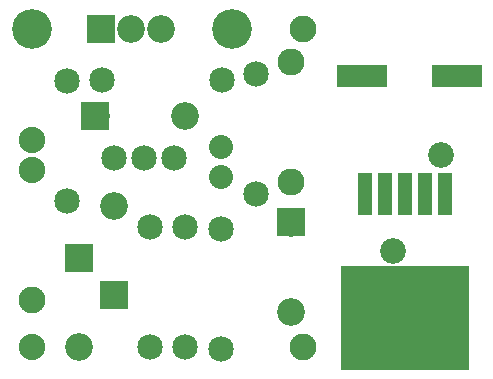
<source format=gts>
G04 MADE WITH FRITZING*
G04 WWW.FRITZING.ORG*
G04 DOUBLE SIDED*
G04 HOLES PLATED*
G04 CONTOUR ON CENTER OF CONTOUR VECTOR*
%ASAXBY*%
%FSLAX23Y23*%
%MOIN*%
%OFA0B0*%
%SFA1.0B1.0*%
%ADD10C,0.080000*%
%ADD11C,0.092000*%
%ADD12C,0.088000*%
%ADD13C,0.085000*%
%ADD14C,0.089370*%
%ADD15C,0.132047*%
%ADD16C,0.090000*%
%ADD17C,0.085433*%
%ADD18R,0.092000X0.092000*%
%ADD19R,0.430011X0.345756*%
%ADD20R,0.049253X0.142747*%
%ADD21R,0.167480X0.072992*%
%LNMASK1*%
G90*
G70*
G54D10*
X752Y799D03*
X752Y699D03*
G54D11*
X280Y428D03*
X280Y130D03*
X398Y305D03*
X398Y603D03*
G54D12*
X122Y821D03*
X122Y721D03*
G54D11*
X355Y1193D03*
X455Y1193D03*
X555Y1193D03*
G54D13*
X752Y124D03*
X752Y524D03*
X356Y1020D03*
X756Y1020D03*
X240Y1019D03*
X240Y619D03*
X398Y760D03*
X498Y760D03*
X598Y760D03*
G54D14*
X122Y288D03*
G54D13*
X870Y1042D03*
X870Y642D03*
X516Y530D03*
X516Y130D03*
G54D15*
X791Y1193D03*
G54D14*
X1028Y130D03*
G54D15*
X122Y1193D03*
G54D12*
X122Y130D03*
G54D13*
X634Y530D03*
X634Y130D03*
G54D14*
X1028Y1193D03*
G54D11*
X336Y900D03*
X634Y900D03*
G54D16*
X988Y681D03*
X988Y1081D03*
G54D11*
X988Y546D03*
X988Y248D03*
G54D17*
X1328Y452D03*
X1488Y772D03*
G54D18*
X280Y429D03*
X398Y304D03*
X355Y1193D03*
X335Y900D03*
X988Y547D03*
G54D19*
X1367Y228D03*
G54D20*
X1233Y642D03*
X1300Y642D03*
X1367Y642D03*
X1433Y642D03*
X1500Y642D03*
G54D21*
X1225Y1036D03*
X1539Y1036D03*
G04 End of Mask1*
M02*
</source>
